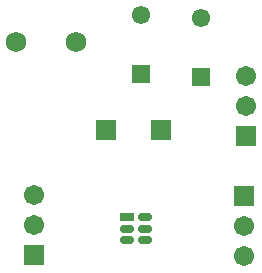
<source format=gts>
%FSLAX25Y25*%
%MOIN*%
G70*
G01*
G75*
G04 Layer_Color=8388736*
%ADD10C,0.02000*%
%ADD11C,0.01000*%
%ADD12R,0.06000X0.06000*%
%ADD13O,0.03937X0.01969*%
%ADD14R,0.03937X0.01969*%
%ADD15C,0.01500*%
%ADD16C,0.06000*%
%ADD17C,0.05315*%
%ADD18R,0.05315X0.05315*%
%ADD19R,0.05906X0.05906*%
%ADD20C,0.05906*%
%ADD21C,0.00787*%
%ADD22R,0.06800X0.06800*%
%ADD23O,0.04737X0.02769*%
%ADD24R,0.04737X0.02769*%
%ADD25C,0.06800*%
%ADD26C,0.06115*%
%ADD27R,0.06115X0.06115*%
%ADD28R,0.06706X0.06706*%
%ADD29C,0.06706*%
D22*
X267250Y284000D02*
D03*
X248750D02*
D03*
D23*
X261906Y247520D02*
D03*
Y251260D02*
D03*
Y255000D02*
D03*
X256000Y247520D02*
D03*
Y251260D02*
D03*
D24*
Y255000D02*
D03*
D25*
X239000Y313500D02*
D03*
X219000D02*
D03*
D26*
X260500Y322342D02*
D03*
X280500Y321342D02*
D03*
D27*
X260500Y302658D02*
D03*
X280500Y301658D02*
D03*
D28*
X295500Y282000D02*
D03*
X295000Y262000D02*
D03*
X225000Y242500D02*
D03*
D29*
X295500Y292000D02*
D03*
Y302000D02*
D03*
X295000Y252000D02*
D03*
Y242000D02*
D03*
X225000Y252500D02*
D03*
Y262500D02*
D03*
M02*

</source>
